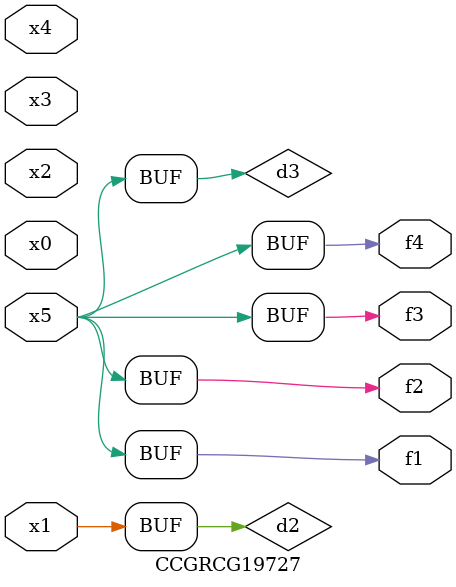
<source format=v>
module CCGRCG19727(
	input x0, x1, x2, x3, x4, x5,
	output f1, f2, f3, f4
);

	wire d1, d2, d3;

	not (d1, x5);
	or (d2, x1);
	xnor (d3, d1);
	assign f1 = d3;
	assign f2 = d3;
	assign f3 = d3;
	assign f4 = d3;
endmodule

</source>
